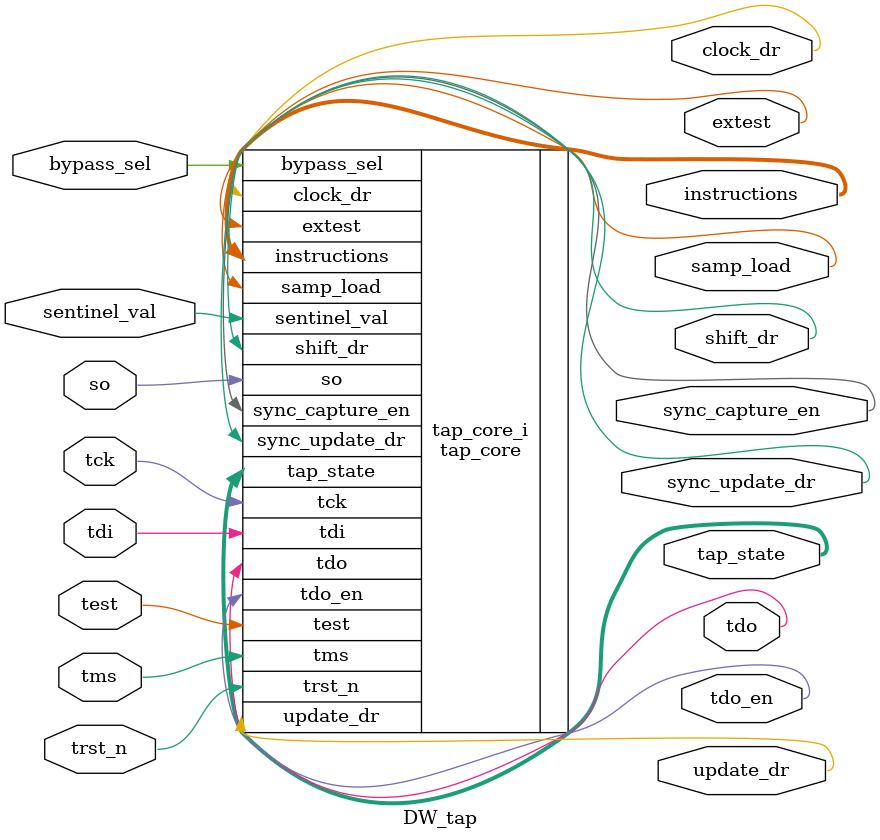
<source format=sv>
module DW_tap #(
    parameter width=2,
    parameter id=0,
    parameter version=0,
    parameter part=0,
    parameter man_num=0,
    parameter sync_mode=0
) (
    input tck,
    input trst_n,
    input tms,
    input tdi,
    input so,
    input bypass_sel,
    input [(width-2):0] sentinel_val,

    output clock_dr,
    output shift_dr,
    output update_dr,
    output tdo,
    output tdo_en,
    output [15:0] tap_state,
    output extest,
    output samp_load,
    output [(width-1):0] instructions,
    output sync_capture_en,
    output sync_update_dr,

    input test
);
    tap_core tap_core_i (
        .tck(tck),
        .trst_n(trst_n),
        .tms(tms),
        .tdi(tdi),
        .so(so),
        .bypass_sel(bypass_sel),
        .sentinel_val(sentinel_val),

        .clock_dr(clock_dr),
        .shift_dr(shift_dr),
        .update_dr(update_dr),
        .tdo(tdo),
        .tdo_en(tdo_en),
        .tap_state(tap_state),
        .extest(extest),
        .samp_load(samp_load),
        .instructions(instructions),
        .sync_capture_en(sync_capture_en),
        .sync_update_dr(sync_update_dr),

        .test(test)
    );
endmodule
</source>
